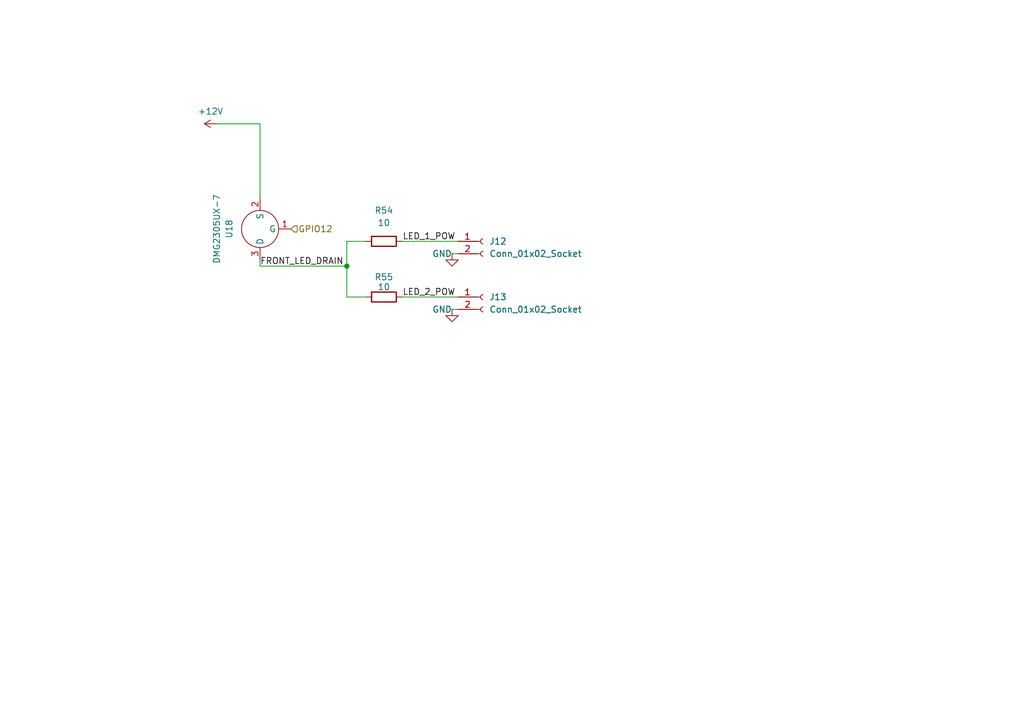
<source format=kicad_sch>
(kicad_sch (version 20250114) (generator "eeschema") (generator_version "9.0")
  (paper "A5")
  (lib_symbols
    (symbol "Connector:Conn_01x02_Socket" (pin_names (offset 1.016) (hide yes))
      (property "Reference" "J" (at 0 2.54 0))
      (property "Value" "Conn_01x02_Socket" (at 0 -5.08 0))
      (symbol "Conn_01x02_Socket_1_1"
        (polyline (pts (xy -1.27 0) (xy -0.508 0)) (stroke (width 0.1524)))
        (polyline (pts (xy -1.27 -2.54) (xy -0.508 -2.54)) (stroke (width 0.1524)))
        (arc (start 0 -0.508) (mid -0.5058 0) (end 0 0.508) (stroke (width 0.1524)))
        (arc (start 0 -3.048) (mid -0.5058 -2.54) (end 0 -2.032) (stroke (width 0.1524)))
        (pin passive line (at -5.08 0 0) (length 3.81) (name "Pin_1") (number "1"))
        (pin passive line (at -5.08 -2.54 0) (length 3.81) (name "Pin_2") (number "2"))
      )
    )
    (symbol "Device:R" (pin_numbers (hide yes)) (pin_names (offset 0))
      (property "Reference" "R" (at 2.032 0 90))
      (property "Value" "R" (at 0 0 90))
      (symbol "R_0_1"
        (rectangle (start -1.016 -2.54) (end 1.016 2.54) (stroke (width 0.254)))
      )
      (symbol "R_1_1"
        (pin passive line (at 0 3.81 270) (length 1.27) (name "~") (number "1"))
        (pin passive line (at 0 -3.81 90) (length 1.27) (name "~") (number "2"))
      )
    )
    (symbol "Transistor_FET:DMG2305UX-7"
      (property "Reference" "U" (at 5.08 0 0))
      (symbol "DMG2305UX-7_0_1"
        (circle (center 0 0) (radius 3.81))
      )
      (symbol "DMG2305UX-7_1_1"
        (pin input line (at -6.35 0 0) (length 2.54) (name "G") (number "1"))
        (pin output line (at 0 6.35 270) (length 2.54) (name "D") (number "3"))
        (pin input line (at 0 -6.35 90) (length 2.54) (name "S") (number "2"))
      )
    )
    (symbol "power:+5V" (power) (pin_numbers (hide yes)) (pin_names (offset 0) (hide yes))
      (property "Value" "+5V" (at 0 3.556 0))
      (symbol "+5V_0_1"
        (polyline (pts (xy -0.762 1.27) (xy 0 2.54)))
        (polyline (pts (xy 0 2.54) (xy 0.762 1.27)))
        (polyline (pts (xy 0 0) (xy 0 2.54)))
      )
      (symbol "+5V_1_1"
        (pin power_in line (at 0 0 90) (length 0) (name "~") (number "1"))
      )
    )
    (symbol "power:GND" (power) (pin_numbers (hide yes)) (pin_names (offset 0) (hide yes))
      (property "Value" "GND" (at 0 -3.81 0))
      (symbol "GND_0_1"
        (polyline (pts (xy 0 0) (xy 0 -1.27) (xy 1.27 -1.27) (xy 0 -2.54) (xy -1.27 -1.27) (xy 0 -1.27)))
      )
      (symbol "GND_1_1"
        (pin power_in line (at 0 0 270) (length 0) (name "~") (number "1"))
      )
    )
  )
  (junction (at 71.12 54.61))
  (wire (pts (xy 71.12 54.61) (xy 71.12 60.96)))
  (wire (pts (xy 53.34 54.61) (xy 53.34 53.34)))
  (wire (pts (xy 53.34 54.61) (xy 71.12 54.61)))
  (wire (pts (xy 71.12 60.96) (xy 74.93 60.96)))
  (wire (pts (xy 92.71 63.5) (xy 93.98 63.5)))
  (wire (pts (xy 53.34 40.64) (xy 53.34 25.4)))
  (wire (pts (xy 82.55 60.96) (xy 93.98 60.96)))
  (wire (pts (xy 92.71 52.07) (xy 93.98 52.07)))
  (wire (pts (xy 44.45 25.4) (xy 53.34 25.4)))
  (wire (pts (xy 82.55 49.53) (xy 93.98 49.53)))
  (wire (pts (xy 71.12 49.53) (xy 71.12 54.61)))
  (wire (pts (xy 71.12 49.53) (xy 74.93 49.53)))
  (label "LED_2_POW" (at 82.55 60.96 0))
  (label "FRONT_LED_DRAIN" (at 53.34 54.61 0))
  (label "LED_1_POW" (at 82.55 49.53 0))
  (hierarchical_label "GPIO12" (shape input) (at 59.69 46.99 0))
  (symbol (lib_id "power:GND") (at 92.71 63.5 0) (unit 1)
    (property "Reference" "#PWR0124" (effects (hide yes)))
    (property "Value" "GND" (at 92.71 63.5 0) (effects (justify right)))
    (property "Description" "Power symbol creates a global label with name \"GND\" , ground" (effects (hide yes)))
  )
  (symbol (lib_id "Device:R") (at 78.74 49.53 90) (unit 1)
    (property "Reference" "R54" (at 78.74 43.18 90))
    (property "Value" "10" (at 78.74 45.72 90))
    (property "Footprint" "Resistor_SMD:R_0402_1005Metric" (effects (hide yes)))
    (property "Description" "Resistor" (effects (hide yes)))
  )
  (symbol (lib_id "Device:R") (at 78.74 60.96 90) (unit 1)
    (property "Reference" "R55" (at 78.74 56.134 90) (effects (justify bottom)))
    (property "Value" "10" (at 78.74 58.166 90) (effects (justify bottom)))
    (property "Footprint" "Resistor_SMD:R_0402_1005Metric" (effects (hide yes)))
    (property "Description" "Resistor" (effects (hide yes)))
  )
  (symbol (lib_id "power:+5V") (at 44.45 25.4 90) (unit 1)
    (property "Reference" "#PWR0102" (effects (hide yes)))
    (property "Value" "+12V" (at 43.18 22.86 90))
    (property "Description" "Power symbol creates a global label with name \"+5V\"" (effects (hide yes)))
  )
  (symbol (lib_id "Connector:Conn_01x02_Socket") (at 99.06 49.53 0) (unit 1)
    (property "Reference" "J12" (at 100.33 49.5299 0) (effects (justify left)))
    (property "Value" "Conn_01x02_Socket" (at 100.33 52.0699 0) (effects (justify left)))
    (property "Footprint" "Connector:JWT_A3963_1x02_P3.96mm_Vertical" (effects (hide yes)))
    (property "Description" "Generic connector, single row, 01x02, script generated" (effects (hide yes)))
  )
  (symbol (lib_id "power:GND") (at 92.71 52.07 0) (unit 1)
    (property "Reference" "#PWR0121" (effects (hide yes)))
    (property "Value" "GND" (at 92.71 52.07 0) (effects (justify right)))
    (property "Description" "Power symbol creates a global label with name \"GND\" , ground" (effects (hide yes)))
  )
  (symbol (lib_id "Connector:Conn_01x02_Socket") (at 99.06 60.96 0) (unit 1)
    (property "Reference" "J13" (at 100.33 60.9599 0) (effects (justify left)))
    (property "Value" "Conn_01x02_Socket" (at 100.33 63.4999 0) (effects (justify left)))
    (property "Footprint" "Connector:JWT_A3963_1x02_P3.96mm_Vertical" (effects (hide yes)))
    (property "Description" "Generic connector, single row, 01x02, script generated" (effects (hide yes)))
  )
  (symbol (lib_id "Transistor_FET:DMG2305UX-7") (at 53.34 46.99 180) (unit 1)
    (property "Reference" "U18" (at 46.99 46.99 90))
    (property "Value" "DMG2305UX-7" (at 44.45 46.99 90))
    (property "Footprint" "Package_TO_SOT_SMD:TSOT-23" (effects (hide yes)))
  )
)
</source>
